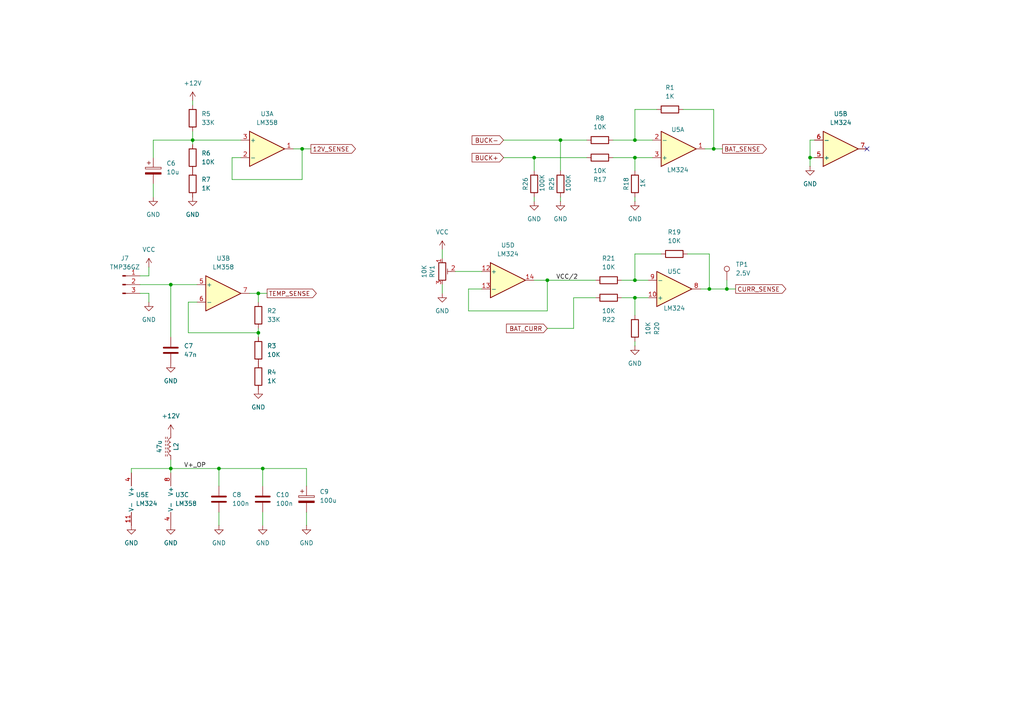
<source format=kicad_sch>
(kicad_sch (version 20231120) (generator "eeschema") (generator_version "8.0")
  (paper "A4")
  (title_block (date "2024-12-11") (rev "1.1"))
  (lib_symbols
    (symbol "64-ATX-rescue:R_POT_TRIM-Device" (pin_names (offset 1.016) hide)
      (property "Reference" "RV" (at -4.445 0 90))
      (property "Value" "Device_R_POT_TRIM" (at -2.54 0 90))
      (symbol "R_POT_TRIM-Device_0_1"
        (polyline (pts (xy 1.524 0.762) (xy 1.524 -0.762)))
        (polyline (pts (xy 2.54 0) (xy 1.524 0)))
        (rectangle (start 1.016 2.54) (end -1.016 -2.54) (stroke (width 0.254)))
      )
      (symbol "R_POT_TRIM-Device_1_1"
        (pin passive line (at 0 3.81 270) (length 1.27) (name "1") (number "1"))
        (pin passive line (at 3.81 0 180) (length 1.27) (name "2") (number "2"))
        (pin passive line (at 0 -3.81 90) (length 1.27) (name "3") (number "3"))
      )
    )
    (symbol "Amplifier_Operational:LM324" (pin_names (offset 0.127))
      (property "Reference" "U" (at 0 5.08 0))
      (property "Value" "LM324" (at 0 -5.08 0))
      (symbol "LM324_1_1"
        (polyline (pts (xy -5.08 5.08) (xy 5.08 0) (xy -5.08 -5.08) (xy -5.08 5.08)) (stroke (width 0.254)) (fill (type background)))
        (pin output line (at 7.62 0 180) (length 2.54) (name "~") (number "1"))
        (pin input line (at -7.62 -2.54 0) (length 2.54) (name "-") (number "2"))
        (pin input line (at -7.62 2.54 0) (length 2.54) (name "+") (number "3"))
      )
      (symbol "LM324_2_1"
        (polyline (pts (xy -5.08 5.08) (xy 5.08 0) (xy -5.08 -5.08) (xy -5.08 5.08)) (stroke (width 0.254)) (fill (type background)))
        (pin input line (at -7.62 2.54 0) (length 2.54) (name "+") (number "5"))
        (pin input line (at -7.62 -2.54 0) (length 2.54) (name "-") (number "6"))
        (pin output line (at 7.62 0 180) (length 2.54) (name "~") (number "7"))
      )
      (symbol "LM324_3_1"
        (polyline (pts (xy -5.08 5.08) (xy 5.08 0) (xy -5.08 -5.08) (xy -5.08 5.08)) (stroke (width 0.254)) (fill (type background)))
        (pin input line (at -7.62 2.54 0) (length 2.54) (name "+") (number "10"))
        (pin output line (at 7.62 0 180) (length 2.54) (name "~") (number "8"))
        (pin input line (at -7.62 -2.54 0) (length 2.54) (name "-") (number "9"))
      )
      (symbol "LM324_4_1"
        (polyline (pts (xy -5.08 5.08) (xy 5.08 0) (xy -5.08 -5.08) (xy -5.08 5.08)) (stroke (width 0.254)) (fill (type background)))
        (pin input line (at -7.62 2.54 0) (length 2.54) (name "+") (number "12"))
        (pin input line (at -7.62 -2.54 0) (length 2.54) (name "-") (number "13"))
        (pin output line (at 7.62 0 180) (length 2.54) (name "~") (number "14"))
      )
      (symbol "LM324_5_1"
        (pin power_in line (at -2.54 -7.62 90) (length 3.81) (name "V-") (number "11"))
        (pin power_in line (at -2.54 7.62 270) (length 3.81) (name "V+") (number "4"))
      )
    )
    (symbol "Amplifier_Operational:LM358" (pin_names (offset 0.127))
      (property "Reference" "U" (at 0 5.08 0))
      (property "Value" "LM358" (at 0 -5.08 0))
      (symbol "LM358_1_1"
        (polyline (pts (xy -5.08 5.08) (xy 5.08 0) (xy -5.08 -5.08) (xy -5.08 5.08)) (stroke (width 0.254)) (fill (type background)))
        (pin output line (at 7.62 0 180) (length 2.54) (name "~") (number "1"))
        (pin input line (at -7.62 -2.54 0) (length 2.54) (name "-") (number "2"))
        (pin input line (at -7.62 2.54 0) (length 2.54) (name "+") (number "3"))
      )
      (symbol "LM358_2_1"
        (polyline (pts (xy -5.08 5.08) (xy 5.08 0) (xy -5.08 -5.08) (xy -5.08 5.08)) (stroke (width 0.254)) (fill (type background)))
        (pin input line (at -7.62 2.54 0) (length 2.54) (name "+") (number "5"))
        (pin input line (at -7.62 -2.54 0) (length 2.54) (name "-") (number "6"))
        (pin output line (at 7.62 0 180) (length 2.54) (name "~") (number "7"))
      )
      (symbol "LM358_3_1"
        (pin power_in line (at -2.54 -7.62 90) (length 3.81) (name "V-") (number "4"))
        (pin power_in line (at -2.54 7.62 270) (length 3.81) (name "V+") (number "8"))
      )
    )
    (symbol "Connector:Conn_01x03_Pin" (pin_names (offset 1.016) hide)
      (property "Reference" "J" (at 0 5.08 0))
      (property "Value" "Conn_01x03_Pin" (at 0 -5.08 0))
      (symbol "Conn_01x03_Pin_1_1"
        (polyline (pts (xy 1.27 -2.54) (xy 0.8636 -2.54)) (stroke (width 0.1524)))
        (polyline (pts (xy 1.27 0) (xy 0.8636 0)) (stroke (width 0.1524)))
        (polyline (pts (xy 1.27 2.54) (xy 0.8636 2.54)) (stroke (width 0.1524)))
        (rectangle (start 0.8636 -2.413) (end 0 -2.667) (stroke (width 0.1524)) (fill (type outline)))
        (rectangle (start 0.8636 0.127) (end 0 -0.127) (stroke (width 0.1524)) (fill (type outline)))
        (rectangle (start 0.8636 2.667) (end 0 2.413) (stroke (width 0.1524)) (fill (type outline)))
        (pin passive line (at 5.08 2.54 180) (length 3.81) (name "Pin_1") (number "1"))
        (pin passive line (at 5.08 0 180) (length 3.81) (name "Pin_2") (number "2"))
        (pin passive line (at 5.08 -2.54 180) (length 3.81) (name "Pin_3") (number "3"))
      )
    )
    (symbol "Connector:TestPoint" (pin_numbers hide) (pin_names (offset 0.762) hide)
      (property "Reference" "TP" (at 0 6.858 0))
      (property "Value" "TestPoint" (at 0 5.08 0))
      (symbol "TestPoint_0_1"
        (circle (center 0 3.302) (radius 0.762))
      )
      (symbol "TestPoint_1_1"
        (pin passive line (at 0 0 90) (length 2.54) (name "1") (number "1"))
      )
    )
    (symbol "Device:C" (pin_numbers hide) (pin_names (offset 0.254))
      (property "Reference" "C" (at 0.635 2.54 0))
      (property "Value" "C" (at 0.635 -2.54 0))
      (symbol "C_0_1"
        (polyline (pts (xy -2.032 -0.762) (xy 2.032 -0.762)) (stroke (width 0.508)))
        (polyline (pts (xy -2.032 0.762) (xy 2.032 0.762)) (stroke (width 0.508)))
      )
      (symbol "C_1_1"
        (pin passive line (at 0 3.81 270) (length 2.794) (name "~") (number "1"))
        (pin passive line (at 0 -3.81 90) (length 2.794) (name "~") (number "2"))
      )
    )
    (symbol "Device:C_Polarized" (pin_numbers hide) (pin_names (offset 0.254))
      (property "Reference" "C" (at 0.635 2.54 0))
      (property "Value" "C_Polarized" (at 0.635 -2.54 0))
      (symbol "C_Polarized_0_1"
        (rectangle (start -2.286 0.508) (end 2.286 1.016))
        (polyline (pts (xy -1.778 2.286) (xy -0.762 2.286)))
        (polyline (pts (xy -1.27 2.794) (xy -1.27 1.778)))
        (rectangle (start 2.286 -0.508) (end -2.286 -1.016) (fill (type outline)))
      )
      (symbol "C_Polarized_1_1"
        (pin passive line (at 0 3.81 270) (length 2.794) (name "~") (number "1"))
        (pin passive line (at 0 -3.81 90) (length 2.794) (name "~") (number "2"))
      )
    )
    (symbol "Device:L_Ferrite" (pin_numbers hide) (pin_names (offset 1.016) hide)
      (property "Reference" "L" (at -1.27 0 90))
      (property "Value" "L_Ferrite" (at 2.794 0 90))
      (symbol "L_Ferrite_0_1"
        (arc (start 0 -2.54) (mid 0.6323 -1.905) (end 0 -1.27))
        (arc (start 0 -1.27) (mid 0.6323 -0.635) (end 0 0))
        (polyline (pts (xy 1.016 -2.794) (xy 1.016 -2.286)))
        (polyline (pts (xy 1.016 -1.778) (xy 1.016 -1.27)))
        (polyline (pts (xy 1.016 -0.762) (xy 1.016 -0.254)))
        (polyline (pts (xy 1.016 0.254) (xy 1.016 0.762)))
        (polyline (pts (xy 1.016 1.27) (xy 1.016 1.778)))
        (polyline (pts (xy 1.016 2.286) (xy 1.016 2.794)))
        (polyline (pts (xy 1.524 -2.286) (xy 1.524 -2.794)))
        (polyline (pts (xy 1.524 -1.27) (xy 1.524 -1.778)))
        (polyline (pts (xy 1.524 -0.254) (xy 1.524 -0.762)))
        (polyline (pts (xy 1.524 0.762) (xy 1.524 0.254)))
        (polyline (pts (xy 1.524 1.778) (xy 1.524 1.27)))
        (polyline (pts (xy 1.524 2.794) (xy 1.524 2.286)))
        (arc (start 0 0) (mid 0.6323 0.635) (end 0 1.27))
        (arc (start 0 1.27) (mid 0.6323 1.905) (end 0 2.54))
      )
      (symbol "L_Ferrite_1_1"
        (pin passive line (at 0 3.81 270) (length 1.27) (name "1") (number "1"))
        (pin passive line (at 0 -3.81 90) (length 1.27) (name "2") (number "2"))
      )
    )
    (symbol "Device:R" (pin_numbers hide) (pin_names (offset 0))
      (property "Reference" "R" (at 2.032 0 90))
      (property "Value" "R" (at 0 0 90))
      (symbol "R_0_1"
        (rectangle (start -1.016 -2.54) (end 1.016 2.54) (stroke (width 0.254)))
      )
      (symbol "R_1_1"
        (pin passive line (at 0 3.81 270) (length 1.27) (name "~") (number "1"))
        (pin passive line (at 0 -3.81 90) (length 1.27) (name "~") (number "2"))
      )
    )
    (symbol "power:+12V" (power) (pin_numbers hide) (pin_names (offset 0) hide)
      (property "Value" "+12V" (at 0 3.556 0))
      (symbol "+12V_0_1"
        (polyline (pts (xy -0.762 1.27) (xy 0 2.54)))
        (polyline (pts (xy 0 0) (xy 0 2.54)))
        (polyline (pts (xy 0 2.54) (xy 0.762 1.27)))
      )
      (symbol "+12V_1_1"
        (pin power_in line (at 0 0 90) (length 0) (name "~") (number "1"))
      )
    )
    (symbol "power:GND" (power) (pin_numbers hide) (pin_names (offset 0) hide)
      (property "Value" "GND" (at 0 -3.81 0))
      (symbol "GND_0_1"
        (polyline (pts (xy 0 0) (xy 0 -1.27) (xy 1.27 -1.27) (xy 0 -2.54) (xy -1.27 -1.27) (xy 0 -1.27)))
      )
      (symbol "GND_1_1"
        (pin power_in line (at 0 0 270) (length 0) (name "~") (number "1"))
      )
    )
    (symbol "power:VCC" (power) (pin_numbers hide) (pin_names (offset 0) hide)
      (property "Value" "VCC" (at 0 3.556 0))
      (symbol "VCC_0_1"
        (polyline (pts (xy -0.762 1.27) (xy 0 2.54)))
        (polyline (pts (xy 0 0) (xy 0 2.54)))
        (polyline (pts (xy 0 2.54) (xy 0.762 1.27)))
      )
      (symbol "VCC_1_1"
        (pin power_in line (at 0 0 90) (length 0) (name "~") (number "1"))
      )
    )
  )
  (junction (at 184.15 86.36))
  (junction (at 74.93 96.52))
  (junction (at 154.94 45.72))
  (junction (at 207.01 43.18))
  (junction (at 184.15 45.72))
  (junction (at 162.56 40.64))
  (junction (at 87.63 43.18))
  (junction (at 74.93 85.09))
  (junction (at 63.5 135.89))
  (junction (at 55.88 40.64))
  (junction (at 184.15 81.28))
  (junction (at 184.15 40.64))
  (junction (at 158.75 81.28))
  (junction (at 205.74 83.82))
  (junction (at 49.53 82.55))
  (junction (at 49.53 135.89))
  (junction (at 210.82 83.82))
  (junction (at 76.2 135.89))
  (junction (at 234.95 45.72))
  (no_connect (at 251.46 43.18))
  (wire (pts (xy 63.5 140.97) (xy 63.5 135.89)))
  (wire (pts (xy 55.88 40.64) (xy 69.85 40.64)))
  (wire (pts (xy 190.5 31.75) (xy 184.15 31.75)))
  (wire (pts (xy 44.45 45.72) (xy 44.45 40.64)))
  (wire (pts (xy 184.15 86.36) (xy 184.15 91.44)))
  (wire (pts (xy 55.88 30.48) (xy 55.88 29.21)))
  (wire (pts (xy 139.7 83.82) (xy 135.89 83.82)))
  (wire (pts (xy 177.8 40.64) (xy 184.15 40.64)))
  (wire (pts (xy 85.09 43.18) (xy 87.63 43.18)))
  (wire (pts (xy 184.15 40.64) (xy 189.23 40.64)))
  (wire (pts (xy 204.47 43.18) (xy 207.01 43.18)))
  (wire (pts (xy 54.61 96.52) (xy 74.93 96.52)))
  (wire (pts (xy 191.77 73.66) (xy 184.15 73.66)))
  (wire (pts (xy 76.2 148.59) (xy 76.2 152.4)))
  (wire (pts (xy 74.93 96.52) (xy 74.93 97.79)))
  (wire (pts (xy 166.37 95.25) (xy 166.37 86.36)))
  (wire (pts (xy 88.9 140.97) (xy 88.9 135.89)))
  (wire (pts (xy 87.63 43.18) (xy 90.17 43.18)))
  (wire (pts (xy 135.89 90.17) (xy 158.75 90.17)))
  (wire (pts (xy 74.93 85.09) (xy 77.47 85.09)))
  (wire (pts (xy 49.53 82.55) (xy 57.15 82.55)))
  (wire (pts (xy 44.45 40.64) (xy 55.88 40.64)))
  (wire (pts (xy 184.15 49.53) (xy 184.15 45.72)))
  (wire (pts (xy 44.45 53.34) (xy 44.45 57.15)))
  (wire (pts (xy 40.64 82.55) (xy 49.53 82.55)))
  (wire (pts (xy 128.27 85.09) (xy 128.27 82.55)))
  (wire (pts (xy 184.15 73.66) (xy 184.15 81.28)))
  (wire (pts (xy 166.37 86.36) (xy 172.72 86.36)))
  (wire (pts (xy 128.27 72.39) (xy 128.27 74.93)))
  (wire (pts (xy 74.93 96.52) (xy 74.93 95.25)))
  (wire (pts (xy 55.88 38.1) (xy 55.88 40.64)))
  (wire (pts (xy 88.9 135.89) (xy 76.2 135.89)))
  (wire (pts (xy 87.63 43.18) (xy 87.63 52.07)))
  (wire (pts (xy 184.15 45.72) (xy 189.23 45.72)))
  (wire (pts (xy 63.5 148.59) (xy 63.5 152.4)))
  (wire (pts (xy 146.05 45.72) (xy 154.94 45.72)))
  (wire (pts (xy 184.15 100.33) (xy 184.15 99.06)))
  (wire (pts (xy 154.94 81.28) (xy 158.75 81.28)))
  (wire (pts (xy 87.63 52.07) (xy 67.31 52.07)))
  (wire (pts (xy 184.15 57.15) (xy 184.15 58.42)))
  (wire (pts (xy 162.56 40.64) (xy 170.18 40.64)))
  (wire (pts (xy 210.82 81.28) (xy 210.82 83.82)))
  (wire (pts (xy 205.74 83.82) (xy 203.2 83.82)))
  (wire (pts (xy 146.05 40.64) (xy 162.56 40.64)))
  (wire (pts (xy 135.89 83.82) (xy 135.89 90.17)))
  (wire (pts (xy 162.56 57.15) (xy 162.56 58.42)))
  (wire (pts (xy 154.94 45.72) (xy 154.94 49.53)))
  (wire (pts (xy 184.15 31.75) (xy 184.15 40.64)))
  (wire (pts (xy 154.94 45.72) (xy 170.18 45.72)))
  (wire (pts (xy 38.1 137.16) (xy 38.1 135.89)))
  (wire (pts (xy 63.5 135.89) (xy 49.53 135.89)))
  (wire (pts (xy 67.31 52.07) (xy 67.31 45.72)))
  (wire (pts (xy 187.96 86.36) (xy 184.15 86.36)))
  (wire (pts (xy 207.01 43.18) (xy 209.55 43.18)))
  (wire (pts (xy 76.2 140.97) (xy 76.2 135.89)))
  (wire (pts (xy 158.75 81.28) (xy 172.72 81.28)))
  (wire (pts (xy 88.9 148.59) (xy 88.9 152.4)))
  (wire (pts (xy 198.12 31.75) (xy 207.01 31.75)))
  (wire (pts (xy 210.82 83.82) (xy 205.74 83.82)))
  (wire (pts (xy 49.53 135.89) (xy 49.53 137.16)))
  (wire (pts (xy 38.1 135.89) (xy 49.53 135.89)))
  (wire (pts (xy 57.15 87.63) (xy 54.61 87.63)))
  (wire (pts (xy 180.34 81.28) (xy 184.15 81.28)))
  (wire (pts (xy 49.53 133.35) (xy 49.53 135.89)))
  (wire (pts (xy 154.94 57.15) (xy 154.94 58.42)))
  (wire (pts (xy 132.08 78.74) (xy 139.7 78.74)))
  (wire (pts (xy 40.64 80.01) (xy 43.18 80.01)))
  (wire (pts (xy 54.61 87.63) (xy 54.61 96.52)))
  (wire (pts (xy 40.64 85.09) (xy 43.18 85.09)))
  (wire (pts (xy 177.8 45.72) (xy 184.15 45.72)))
  (wire (pts (xy 162.56 40.64) (xy 162.56 49.53)))
  (wire (pts (xy 234.95 40.64) (xy 236.22 40.64)))
  (wire (pts (xy 205.74 73.66) (xy 205.74 83.82)))
  (wire (pts (xy 76.2 135.89) (xy 63.5 135.89)))
  (wire (pts (xy 234.95 45.72) (xy 236.22 45.72)))
  (wire (pts (xy 43.18 85.09) (xy 43.18 87.63)))
  (wire (pts (xy 234.95 48.26) (xy 234.95 45.72)))
  (wire (pts (xy 210.82 83.82) (xy 213.36 83.82)))
  (wire (pts (xy 67.31 45.72) (xy 69.85 45.72)))
  (wire (pts (xy 158.75 81.28) (xy 158.75 90.17)))
  (wire (pts (xy 207.01 31.75) (xy 207.01 43.18)))
  (wire (pts (xy 43.18 77.47) (xy 43.18 80.01)))
  (wire (pts (xy 234.95 45.72) (xy 234.95 40.64)))
  (wire (pts (xy 158.75 95.25) (xy 166.37 95.25)))
  (wire (pts (xy 74.93 85.09) (xy 72.39 85.09)))
  (wire (pts (xy 180.34 86.36) (xy 184.15 86.36)))
  (wire (pts (xy 55.88 40.64) (xy 55.88 41.91)))
  (wire (pts (xy 199.39 73.66) (xy 205.74 73.66)))
  (wire (pts (xy 49.53 82.55) (xy 49.53 97.79)))
  (wire (pts (xy 184.15 81.28) (xy 187.96 81.28)))
  (wire (pts (xy 74.93 87.63) (xy 74.93 85.09)))
  (label "VCC{slash}2" (at 161.29 81.28 0))
  (label "V+_OP" (at 53.34 135.89 0))
  (global_label "BUCK-" (shape input) (at 146.05 40.64 180) (property "Intersheetrefs" "${INTERSHEET_REFS}" (effects (hide yes))))
  (global_label "BAT_SENSE" (shape output) (at 209.55 43.18 0) (property "Intersheetrefs" "${INTERSHEET_REFS}" (effects (hide yes))))
  (global_label "TEMP_SENSE" (shape output) (at 77.47 85.09 0) (property "Intersheetrefs" "${INTERSHEET_REFS}" (effects (hide yes))))
  (global_label "BUCK+" (shape input) (at 146.05 45.72 180) (property "Intersheetrefs" "${INTERSHEET_REFS}" (effects (hide yes))))
  (global_label "CURR_SENSE" (shape output) (at 213.36 83.82 0) (property "Intersheetrefs" "${INTERSHEET_REFS}" (effects (hide yes))))
  (global_label "BAT_CURR" (shape input) (at 158.75 95.25 180) (property "Intersheetrefs" "${INTERSHEET_REFS}" (effects (hide yes))))
  (global_label "12V_SENSE" (shape output) (at 90.17 43.18 0) (property "Intersheetrefs" "${INTERSHEET_REFS}" (effects (hide yes))))
  (symbol (lib_id "power:GND") (at 162.56 58.42 0) (unit 1)
    (property "Reference" "#PWR055" (effects (hide yes)))
    (property "Value" "GND" (at 162.56 63.5 0))
    (property "Description" "Power symbol creates a global label with name \"GND\" , ground" (effects (hide yes)))
  )
  (symbol (lib_id "power:VCC") (at 128.27 72.39 0) (unit 1)
    (property "Reference" "#PWR042" (effects (hide yes)))
    (property "Value" "VCC" (at 128.27 67.31 0))
    (property "Description" "Power symbol creates a global label with name \"VCC\"" (effects (hide yes)))
  )
  (symbol (lib_id "Device:C") (at 49.53 101.6 0) (unit 1)
    (property "Reference" "C7" (at 53.34 100.3299 0) (effects (justify left)))
    (property "Value" "47n" (at 53.34 102.8699 0) (effects (justify left)))
    (property "Footprint" "Capacitor_SMD:C_0805_2012Metric" (effects (hide yes)))
    (property "Description" "Unpolarized capacitor" (effects (hide yes)))
  )
  (symbol (lib_id "power:GND") (at 44.45 57.15 0) (unit 1)
    (property "Reference" "#PWR018" (effects (hide yes)))
    (property "Value" "GND" (at 44.45 62.23 0))
    (property "Description" "Power symbol creates a global label with name \"GND\" , ground" (effects (hide yes)))
  )
  (symbol (lib_id "Device:R") (at 154.94 53.34 0) (mirror x) (unit 1)
    (property "Reference" "R26" (at 152.4 53.34 90))
    (property "Value" "100K" (at 157.226 53.086 90))
    (property "Footprint" "Resistor_SMD:R_0805_2012Metric" (effects (hide yes)))
    (property "Description" "Resistor" (effects (hide yes)))
  )
  (symbol (lib_id "power:+12V") (at 55.88 29.21 0) (unit 1)
    (property "Reference" "#PWR012" (effects (hide yes)))
    (property "Value" "+12V" (at 55.88 24.13 0))
    (property "Description" "Power symbol creates a global label with name \"+12V\"" (effects (hide yes)))
  )
  (symbol (lib_id "power:GND") (at 49.53 152.4 0) (unit 1)
    (property "Reference" "#PWR019" (effects (hide yes)))
    (property "Value" "GND" (at 49.53 157.48 0))
    (property "Description" "Power symbol creates a global label with name \"GND\" , ground" (effects (hide yes)))
  )
  (symbol (lib_id "power:GND") (at 128.27 85.09 0) (unit 1)
    (property "Reference" "#PWR040" (effects (hide yes)))
    (property "Value" "GND" (at 128.27 90.17 0))
    (property "Description" "Power symbol creates a global label with name \"GND\" , ground" (effects (hide yes)))
  )
  (symbol (lib_id "Device:R") (at 74.93 91.44 0) (unit 1)
    (property "Reference" "R2" (at 77.47 90.1699 0) (effects (justify left)))
    (property "Value" "33K" (at 77.47 92.7099 0) (effects (justify left)))
    (property "Footprint" "Resistor_SMD:R_0805_2012Metric" (effects (hide yes)))
    (property "Description" "Resistor" (effects (hide yes)))
  )
  (symbol (lib_id "Device:R") (at 173.99 45.72 90) (mirror x) (unit 1)
    (property "Reference" "R17" (at 173.99 52.07 90))
    (property "Value" "10K" (at 173.99 49.53 90))
    (property "Footprint" "Resistor_SMD:R_0805_2012Metric" (effects (hide yes)))
    (property "Description" "Resistor" (effects (hide yes)))
  )
  (symbol (lib_id "Amplifier_Operational:LM324") (at 40.64 144.78 0) (unit 5)
    (property "Reference" "U5" (at 39.37 143.5099 0) (effects (justify left)))
    (property "Value" "LM324" (at 39.37 146.0499 0) (effects (justify left)))
    (property "Footprint" "Package_SO:SOIC-14_3.9x8.7mm_P1.27mm" (effects (hide yes)))
    (property "Datasheet" "http://www.ti.com/lit/ds/symlink/lm2902-n.pdf" (effects (hide yes)))
    (property "Description" "Low-Power, Quad-Operational Amplifiers, DIP-14/SOIC-14/SSOP-14" (effects (hide yes)))
  )
  (symbol (lib_id "Amplifier_Operational:LM324") (at 243.84 43.18 0) (mirror x) (unit 2)
    (property "Reference" "U5" (at 243.84 33.02 0))
    (property "Value" "LM324" (at 243.84 35.56 0))
    (property "Footprint" "Package_SO:SOIC-14_3.9x8.7mm_P1.27mm" (effects (hide yes)))
    (property "Datasheet" "http://www.ti.com/lit/ds/symlink/lm2902-n.pdf" (effects (hide yes)))
    (property "Description" "Low-Power, Quad-Operational Amplifiers, DIP-14/SOIC-14/SSOP-14" (effects (hide yes)))
  )
  (symbol (lib_id "Device:R") (at 184.15 95.25 0) (mirror x) (unit 1)
    (property "Reference" "R20" (at 190.5 95.25 90))
    (property "Value" "10K" (at 187.96 95.25 90))
    (property "Footprint" "Resistor_SMD:R_0805_2012Metric" (effects (hide yes)))
    (property "Description" "Resistor" (effects (hide yes)))
  )
  (symbol (lib_id "Device:R") (at 184.15 53.34 0) (mirror x) (unit 1)
    (property "Reference" "R18" (at 181.61 53.34 90))
    (property "Value" "1K" (at 186.436 53.086 90))
    (property "Footprint" "Resistor_SMD:R_0805_2012Metric" (effects (hide yes)))
    (property "Description" "Resistor" (effects (hide yes)))
  )
  (symbol (lib_id "power:GND") (at 63.5 152.4 0) (unit 1)
    (property "Reference" "#PWR020" (effects (hide yes)))
    (property "Value" "GND" (at 63.5 157.48 0))
    (property "Description" "Power symbol creates a global label with name \"GND\" , ground" (effects (hide yes)))
  )
  (symbol (lib_id "Device:R") (at 195.58 73.66 270) (mirror x) (unit 1)
    (property "Reference" "R19" (at 195.58 67.31 90))
    (property "Value" "10K" (at 195.58 69.85 90))
    (property "Footprint" "Resistor_SMD:R_0805_2012Metric" (effects (hide yes)))
    (property "Description" "Resistor" (effects (hide yes)))
  )
  (symbol (lib_id "64-ATX-rescue:R_POT_TRIM-Device") (at 128.27 78.74 0) (unit 1)
    (property "Reference" "RV1" (at 125.349 78.74 90))
    (property "Value" "10K" (at 123.0376 78.74 90))
    (property "Footprint" "Potentiometer_THT:Potentiometer_Bourns_3266Y_Vertical" (effects (hide yes)))
  )
  (symbol (lib_id "Device:R") (at 74.93 101.6 0) (unit 1)
    (property "Reference" "R3" (at 77.47 100.3299 0) (effects (justify left)))
    (property "Value" "10K" (at 77.47 102.8699 0) (effects (justify left)))
    (property "Footprint" "Resistor_SMD:R_0805_2012Metric" (effects (hide yes)))
    (property "Description" "Resistor" (effects (hide yes)))
  )
  (symbol (lib_id "Device:C_Polarized") (at 88.9 144.78 0) (unit 1)
    (property "Reference" "C9" (at 92.71 142.6209 0) (effects (justify left)))
    (property "Value" "100u" (at 92.71 145.1609 0) (effects (justify left)))
    (property "Footprint" "Capacitor_SMD:CP_Elec_6.3x7.7" (effects (hide yes)))
    (property "Description" "Polarized capacitor" (effects (hide yes)))
  )
  (symbol (lib_id "Amplifier_Operational:LM324") (at 196.85 43.18 0) (mirror x) (unit 1)
    (property "Reference" "U5" (at 196.596 37.592 0))
    (property "Value" "LM324" (at 196.596 49.276 0))
    (property "Footprint" "Package_SO:SOIC-14_3.9x8.7mm_P1.27mm" (effects (hide yes)))
    (property "Datasheet" "http://www.ti.com/lit/ds/symlink/lm2902-n.pdf" (effects (hide yes)))
    (property "Description" "Low-Power, Quad-Operational Amplifiers, DIP-14/SOIC-14/SSOP-14" (effects (hide yes)))
  )
  (symbol (lib_id "Device:R") (at 55.88 53.34 0) (unit 1)
    (property "Reference" "R7" (at 58.42 52.0699 0) (effects (justify left)))
    (property "Value" "1K" (at 58.42 54.6099 0) (effects (justify left)))
    (property "Footprint" "Resistor_SMD:R_0805_2012Metric" (effects (hide yes)))
    (property "Description" "Resistor" (effects (hide yes)))
  )
  (symbol (lib_id "Device:R") (at 162.56 53.34 0) (mirror x) (unit 1)
    (property "Reference" "R25" (at 160.02 53.34 90))
    (property "Value" "100K" (at 164.846 53.086 90))
    (property "Footprint" "Resistor_SMD:R_0805_2012Metric" (effects (hide yes)))
    (property "Description" "Resistor" (effects (hide yes)))
  )
  (symbol (lib_id "Device:C") (at 63.5 144.78 0) (unit 1)
    (property "Reference" "C8" (at 67.31 143.5099 0) (effects (justify left)))
    (property "Value" "100n" (at 67.31 146.0499 0) (effects (justify left)))
    (property "Footprint" "Capacitor_SMD:C_0805_2012Metric" (effects (hide yes)))
    (property "Description" "Unpolarized capacitor" (effects (hide yes)))
  )
  (symbol (lib_id "power:VCC") (at 43.18 77.47 0) (unit 1)
    (property "Reference" "#PWR014" (effects (hide yes)))
    (property "Value" "VCC" (at 43.18 72.39 0))
    (property "Description" "Power symbol creates a global label with name \"VCC\"" (effects (hide yes)))
  )
  (symbol (lib_id "Device:R") (at 176.53 81.28 270) (mirror x) (unit 1)
    (property "Reference" "R21" (at 176.53 74.93 90))
    (property "Value" "10K" (at 176.53 77.47 90))
    (property "Footprint" "Resistor_SMD:R_0805_2012Metric" (effects (hide yes)))
    (property "Description" "Resistor" (effects (hide yes)))
  )
  (symbol (lib_id "power:GND") (at 184.15 58.42 0) (unit 1)
    (property "Reference" "#PWR033" (effects (hide yes)))
    (property "Value" "GND" (at 184.15 63.5 0))
    (property "Description" "Power symbol creates a global label with name \"GND\" , ground" (effects (hide yes)))
  )
  (symbol (lib_id "Amplifier_Operational:LM358") (at 64.77 85.09 0) (unit 2)
    (property "Reference" "U3" (at 64.77 74.93 0))
    (property "Value" "LM358" (at 64.77 77.47 0))
    (property "Footprint" "Package_SO:SOIC-8_3.9x4.9mm_P1.27mm" (effects (hide yes)))
    (property "Datasheet" "http://www.ti.com/lit/ds/symlink/lm2904-n.pdf" (effects (hide yes)))
    (property "Description" "Low-Power, Dual Operational Amplifiers, DIP-8/SOIC-8/TO-99-8" (effects (hide yes)))
  )
  (symbol (lib_id "Device:L_Ferrite") (at 49.53 129.54 180) (unit 1)
    (property "Reference" "L2" (at 51.054 129.54 90))
    (property "Value" "47u" (at 46.228 129.54 90))
    (property "Footprint" "Inductor_SMD:L_10.4x10.4_H4.8" (effects (hide yes)))
    (property "Description" "Inductor with ferrite core" (effects (hide yes)))
  )
  (symbol (lib_id "power:GND") (at 76.2 152.4 0) (unit 1)
    (property "Reference" "#PWR028" (effects (hide yes)))
    (property "Value" "GND" (at 76.2 157.48 0))
    (property "Description" "Power symbol creates a global label with name \"GND\" , ground" (effects (hide yes)))
  )
  (symbol (lib_id "Amplifier_Operational:LM324") (at 147.32 81.28 0) (unit 4)
    (property "Reference" "U5" (at 147.32 71.12 0))
    (property "Value" "LM324" (at 147.32 73.66 0))
    (property "Footprint" "Package_SO:SOIC-14_3.9x8.7mm_P1.27mm" (effects (hide yes)))
    (property "Datasheet" "http://www.ti.com/lit/ds/symlink/lm2902-n.pdf" (effects (hide yes)))
    (property "Description" "Low-Power, Quad-Operational Amplifiers, DIP-14/SOIC-14/SSOP-14" (effects (hide yes)))
  )
  (symbol (lib_id "power:GND") (at 154.94 58.42 0) (unit 1)
    (property "Reference" "#PWR056" (effects (hide yes)))
    (property "Value" "GND" (at 154.94 63.5 0))
    (property "Description" "Power symbol creates a global label with name \"GND\" , ground" (effects (hide yes)))
  )
  (symbol (lib_id "power:GND") (at 74.93 113.03 0) (unit 1)
    (property "Reference" "#PWR015" (effects (hide yes)))
    (property "Value" "GND" (at 74.93 118.11 0))
    (property "Description" "Power symbol creates a global label with name \"GND\" , ground" (effects (hide yes)))
  )
  (symbol (lib_id "Connector:TestPoint") (at 210.82 81.28 0) (unit 1)
    (property "Reference" "TP1" (at 213.36 76.7079 0) (effects (justify left)))
    (property "Value" "2.5V" (at 213.36 79.2479 0) (effects (justify left)))
    (property "Footprint" "TestPoint:TestPoint_Loop_D1.80mm_Drill1.0mm_Beaded" (effects (hide yes)))
    (property "Description" "test point" (effects (hide yes)))
  )
  (symbol (lib_id "power:GND") (at 43.18 87.63 0) (unit 1)
    (property "Reference" "#PWR013" (effects (hide yes)))
    (property "Value" "GND" (at 43.18 92.71 0))
    (property "Description" "Power symbol creates a global label with name \"GND\" , ground" (effects (hide yes)))
  )
  (symbol (lib_id "Device:C_Polarized") (at 44.45 49.53 0) (unit 1)
    (property "Reference" "C6" (at 48.26 47.3709 0) (effects (justify left)))
    (property "Value" "10u" (at 48.26 49.9109 0) (effects (justify left)))
    (property "Footprint" "Capacitor_SMD:C_1206_3216Metric_Pad1.33x1.80mm_HandSolder" (effects (hide yes)))
    (property "Description" "Polarized capacitor" (effects (hide yes)))
  )
  (symbol (lib_id "power:GND") (at 55.88 57.15 0) (unit 1)
    (property "Reference" "#PWR017" (effects (hide yes)))
    (property "Value" "GND" (at 55.88 62.23 0))
    (property "Description" "Power symbol creates a global label with name \"GND\" , ground" (effects (hide yes)))
  )
  (symbol (lib_id "Device:R") (at 194.31 31.75 90) (unit 1)
    (property "Reference" "R1" (at 194.31 25.4 90))
    (property "Value" "1K" (at 194.31 27.94 90))
    (property "Footprint" "Resistor_SMD:R_0805_2012Metric" (effects (hide yes)))
    (property "Description" "Resistor" (effects (hide yes)))
  )
  (symbol (lib_id "power:GND") (at 234.95 48.26 0) (unit 1)
    (property "Reference" "#PWR052" (effects (hide yes)))
    (property "Value" "GND" (at 234.95 53.34 0))
    (property "Description" "Power symbol creates a global label with name \"GND\" , ground" (effects (hide yes)))
  )
  (symbol (lib_id "Device:R") (at 55.88 34.29 0) (unit 1)
    (property "Reference" "R5" (at 58.42 33.0199 0) (effects (justify left)))
    (property "Value" "33K" (at 58.42 35.5599 0) (effects (justify left)))
    (property "Footprint" "Resistor_SMD:R_0805_2012Metric" (effects (hide yes)))
    (property "Description" "Resistor" (effects (hide yes)))
  )
  (symbol (lib_id "Device:R") (at 74.93 109.22 0) (unit 1)
    (property "Reference" "R4" (at 77.47 107.9499 0) (effects (justify left)))
    (property "Value" "1K" (at 77.47 110.4899 0) (effects (justify left)))
    (property "Footprint" "Resistor_SMD:R_0805_2012Metric" (effects (hide yes)))
    (property "Description" "Resistor" (effects (hide yes)))
  )
  (symbol (lib_id "Amplifier_Operational:LM358") (at 77.47 43.18 0) (unit 1)
    (property "Reference" "U3" (at 77.47 33.02 0))
    (property "Value" "LM358" (at 77.47 35.56 0))
    (property "Footprint" "Package_SO:SOIC-8_3.9x4.9mm_P1.27mm" (effects (hide yes)))
    (property "Datasheet" "http://www.ti.com/lit/ds/symlink/lm2904-n.pdf" (effects (hide yes)))
    (property "Description" "Low-Power, Dual Operational Amplifiers, DIP-8/SOIC-8/TO-99-8" (effects (hide yes)))
  )
  (symbol (lib_id "power:GND") (at 49.53 105.41 0) (unit 1)
    (property "Reference" "#PWR016" (effects (hide yes)))
    (property "Value" "GND" (at 49.53 110.49 0))
    (property "Description" "Power symbol creates a global label with name \"GND\" , ground" (effects (hide yes)))
  )
  (symbol (lib_id "Device:R") (at 176.53 86.36 90) (mirror x) (unit 1)
    (property "Reference" "R22" (at 176.53 92.71 90))
    (property "Value" "10K" (at 176.53 90.17 90))
    (property "Footprint" "Resistor_SMD:R_0805_2012Metric" (effects (hide yes)))
    (property "Description" "Resistor" (effects (hide yes)))
  )
  (symbol (lib_id "power:+12V") (at 49.53 125.73 0) (unit 1)
    (property "Reference" "#PWR021" (effects (hide yes)))
    (property "Value" "+12V" (at 49.53 120.65 0))
    (property "Description" "Power symbol creates a global label with name \"+12V\"" (effects (hide yes)))
  )
  (symbol (lib_id "Device:R") (at 55.88 45.72 0) (unit 1)
    (property "Reference" "R6" (at 58.42 44.4499 0) (effects (justify left)))
    (property "Value" "10K" (at 58.42 46.9899 0) (effects (justify left)))
    (property "Footprint" "Resistor_SMD:R_0805_2012Metric" (effects (hide yes)))
    (property "Description" "Resistor" (effects (hide yes)))
  )
  (symbol (lib_id "Device:C") (at 76.2 144.78 0) (unit 1)
    (property "Reference" "C10" (at 80.01 143.5099 0) (effects (justify left)))
    (property "Value" "100n" (at 80.01 146.0499 0) (effects (justify left)))
    (property "Footprint" "Capacitor_SMD:C_0805_2012Metric" (effects (hide yes)))
    (property "Description" "Unpolarized capacitor" (effects (hide yes)))
  )
  (symbol (lib_id "Device:R") (at 173.99 40.64 90) (unit 1)
    (property "Reference" "R8" (at 173.99 34.29 90))
    (property "Value" "10K" (at 173.99 36.83 90))
    (property "Footprint" "Resistor_SMD:R_0805_2012Metric" (effects (hide yes)))
    (property "Description" "Resistor" (effects (hide yes)))
  )
  (symbol (lib_id "Amplifier_Operational:LM358") (at 52.07 144.78 0) (unit 3)
    (property "Reference" "U3" (at 50.8 143.5099 0) (effects (justify left)))
    (property "Value" "LM358" (at 50.8 146.0499 0) (effects (justify left)))
    (property "Footprint" "Package_SO:SOIC-8_3.9x4.9mm_P1.27mm" (effects (hide yes)))
    (property "Datasheet" "http://www.ti.com/lit/ds/symlink/lm2904-n.pdf" (effects (hide yes)))
    (property "Description" "Low-Power, Dual Operational Amplifiers, DIP-8/SOIC-8/TO-99-8" (effects (hide yes)))
  )
  (symbol (lib_id "Amplifier_Operational:LM324") (at 195.58 83.82 0) (mirror x) (unit 3)
    (property "Reference" "U5" (at 195.58 78.74 0))
    (property "Value" "LM324" (at 195.58 89.408 0))
    (property "Footprint" "Package_SO:SOIC-14_3.9x8.7mm_P1.27mm" (effects (hide yes)))
    (property "Datasheet" "http://www.ti.com/lit/ds/symlink/lm2902-n.pdf" (effects (hide yes)))
    (property "Description" "Low-Power, Quad-Operational Amplifiers, DIP-14/SOIC-14/SSOP-14" (effects (hide yes)))
  )
  (symbol (lib_id "power:GND") (at 88.9 152.4 0) (unit 1)
    (property "Reference" "#PWR022" (effects (hide yes)))
    (property "Value" "GND" (at 88.9 157.48 0))
    (property "Description" "Power symbol creates a global label with name \"GND\" , ground" (effects (hide yes)))
  )
  (symbol (lib_id "power:GND") (at 184.15 100.33 0) (unit 1)
    (property "Reference" "#PWR039" (effects (hide yes)))
    (property "Value" "GND" (at 184.15 105.41 0))
    (property "Description" "Power symbol creates a global label with name \"GND\" , ground" (effects (hide yes)))
  )
  (symbol (lib_id "Connector:Conn_01x03_Pin") (at 35.56 82.55 0) (unit 1)
    (property "Reference" "J7" (at 36.195 74.93 0))
    (property "Value" "TMP36GZ" (at 36.195 77.47 0))
    (property "Footprint" "Connector_PinHeader_2.54mm:PinHeader_1x03_P2.54mm_Vertical" (effects (hide yes)))
    (property "Description" "Generic connector, single row, 01x03, script generated" (effects (hide yes)))
  )
  (symbol (lib_id "power:GND") (at 38.1 152.4 0) (unit 1)
    (property "Reference" "#PWR026" (effects (hide yes)))
    (property "Value" "GND" (at 38.1 157.48 0))
    (property "Description" "Power symbol creates a global label with name \"GND\" , ground" (effects (hide yes)))
  )
)
</source>
